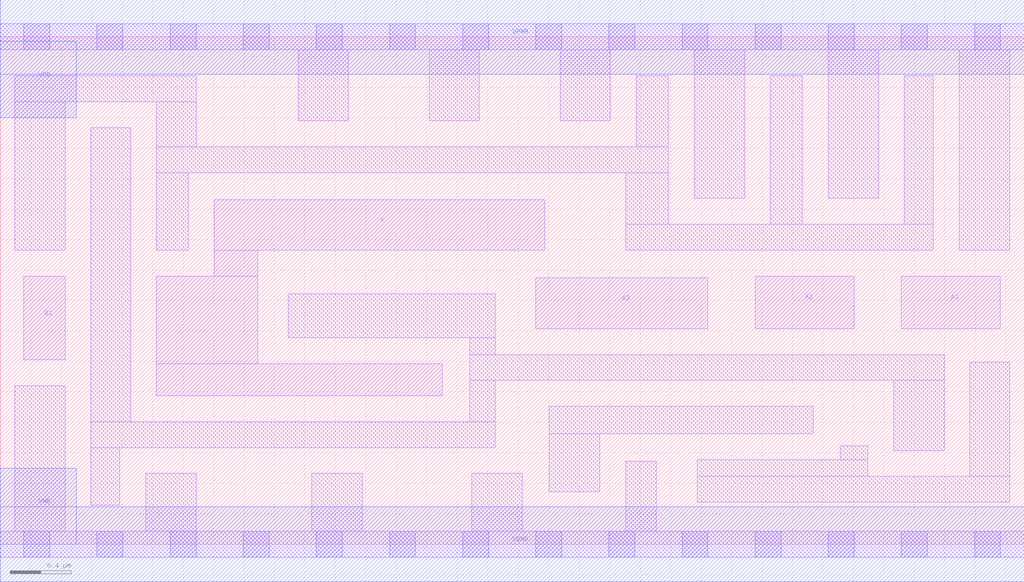
<source format=lef>
# Copyright 2020 The SkyWater PDK Authors
#
# Licensed under the Apache License, Version 2.0 (the "License");
# you may not use this file except in compliance with the License.
# You may obtain a copy of the License at
#
#     https://www.apache.org/licenses/LICENSE-2.0
#
# Unless required by applicable law or agreed to in writing, software
# distributed under the License is distributed on an "AS IS" BASIS,
# WITHOUT WARRANTIES OR CONDITIONS OF ANY KIND, either express or implied.
# See the License for the specific language governing permissions and
# limitations under the License.
#
# SPDX-License-Identifier: Apache-2.0

VERSION 5.5 ;
NAMESCASESENSITIVE ON ;
BUSBITCHARS "[]" ;
DIVIDERCHAR "/" ;
MACRO sky130_fd_sc_lp__a31o_4
  CLASS CORE ;
  SOURCE USER ;
  ORIGIN  0.000000  0.000000 ;
  SIZE  6.720000 BY  3.330000 ;
  SYMMETRY X Y R90 ;
  SITE unit ;
  PIN A1
    ANTENNAGATEAREA  0.630000 ;
    DIRECTION INPUT ;
    USE SIGNAL ;
    PORT
      LAYER li1 ;
        RECT 5.915000 1.415000 6.565000 1.760000 ;
    END
  END A1
  PIN A2
    ANTENNAGATEAREA  0.630000 ;
    DIRECTION INPUT ;
    USE SIGNAL ;
    PORT
      LAYER li1 ;
        RECT 4.955000 1.415000 5.605000 1.760000 ;
    END
  END A2
  PIN A3
    ANTENNAGATEAREA  0.630000 ;
    DIRECTION INPUT ;
    USE SIGNAL ;
    PORT
      LAYER li1 ;
        RECT 3.515000 1.415000 4.645000 1.750000 ;
    END
  END A3
  PIN B1
    ANTENNAGATEAREA  0.630000 ;
    DIRECTION INPUT ;
    USE SIGNAL ;
    PORT
      LAYER li1 ;
        RECT 0.155000 1.210000 0.425000 1.760000 ;
    END
  END B1
  PIN X
    ANTENNADIFFAREA  1.593200 ;
    DIRECTION OUTPUT ;
    USE SIGNAL ;
    PORT
      LAYER li1 ;
        RECT 1.025000 0.975000 2.900000 1.185000 ;
        RECT 1.025000 1.185000 1.690000 1.760000 ;
        RECT 1.405000 1.760000 1.690000 1.930000 ;
        RECT 1.405000 1.930000 3.575000 2.260000 ;
    END
  END X
  PIN VGND
    DIRECTION INOUT ;
    USE GROUND ;
    PORT
      LAYER met1 ;
        RECT 0.000000 -0.245000 6.720000 0.245000 ;
    END
  END VGND
  PIN VNB
    DIRECTION INOUT ;
    USE GROUND ;
    PORT
      LAYER met1 ;
        RECT 0.000000 0.000000 0.500000 0.500000 ;
    END
  END VNB
  PIN VPB
    DIRECTION INOUT ;
    USE POWER ;
    PORT
      LAYER met1 ;
        RECT 0.000000 2.800000 0.500000 3.300000 ;
    END
  END VPB
  PIN VPWR
    DIRECTION INOUT ;
    USE POWER ;
    PORT
      LAYER met1 ;
        RECT 0.000000 3.085000 6.720000 3.575000 ;
    END
  END VPWR
  OBS
    LAYER li1 ;
      RECT 0.000000 -0.085000 6.720000 0.085000 ;
      RECT 0.000000  3.245000 6.720000 3.415000 ;
      RECT 0.095000  0.085000 0.425000 1.040000 ;
      RECT 0.095000  1.930000 0.425000 2.905000 ;
      RECT 0.095000  2.905000 1.285000 3.075000 ;
      RECT 0.595000  0.255000 0.785000 0.635000 ;
      RECT 0.595000  0.635000 3.250000 0.805000 ;
      RECT 0.595000  0.805000 0.855000 2.735000 ;
      RECT 0.955000  0.085000 1.285000 0.465000 ;
      RECT 1.025000  1.930000 1.235000 2.440000 ;
      RECT 1.025000  2.440000 4.385000 2.610000 ;
      RECT 1.025000  2.610000 1.285000 2.905000 ;
      RECT 1.890000  1.355000 3.250000 1.645000 ;
      RECT 1.955000  2.780000 2.285000 3.245000 ;
      RECT 2.045000  0.085000 2.375000 0.465000 ;
      RECT 2.815000  2.780000 3.145000 3.245000 ;
      RECT 3.080000  0.805000 3.250000 1.075000 ;
      RECT 3.080000  1.075000 6.195000 1.245000 ;
      RECT 3.080000  1.245000 3.250000 1.355000 ;
      RECT 3.095000  0.085000 3.425000 0.465000 ;
      RECT 3.605000  0.345000 3.935000 0.725000 ;
      RECT 3.605000  0.725000 5.335000 0.905000 ;
      RECT 3.675000  2.780000 4.005000 3.245000 ;
      RECT 4.105000  0.085000 4.305000 0.545000 ;
      RECT 4.105000  1.930000 6.125000 2.100000 ;
      RECT 4.105000  2.100000 4.385000 2.440000 ;
      RECT 4.175000  2.610000 4.385000 3.075000 ;
      RECT 4.555000  2.270000 4.885000 3.245000 ;
      RECT 4.575000  0.275000 6.625000 0.445000 ;
      RECT 4.575000  0.445000 5.695000 0.555000 ;
      RECT 5.055000  2.100000 5.265000 3.075000 ;
      RECT 5.435000  2.270000 5.765000 3.245000 ;
      RECT 5.515000  0.555000 5.695000 0.645000 ;
      RECT 5.865000  0.615000 6.195000 1.075000 ;
      RECT 5.935000  2.100000 6.125000 3.075000 ;
      RECT 6.295000  1.930000 6.625000 3.245000 ;
      RECT 6.365000  0.445000 6.625000 1.195000 ;
    LAYER mcon ;
      RECT 0.155000 -0.085000 0.325000 0.085000 ;
      RECT 0.155000  3.245000 0.325000 3.415000 ;
      RECT 0.635000 -0.085000 0.805000 0.085000 ;
      RECT 0.635000  3.245000 0.805000 3.415000 ;
      RECT 1.115000 -0.085000 1.285000 0.085000 ;
      RECT 1.115000  3.245000 1.285000 3.415000 ;
      RECT 1.595000 -0.085000 1.765000 0.085000 ;
      RECT 1.595000  3.245000 1.765000 3.415000 ;
      RECT 2.075000 -0.085000 2.245000 0.085000 ;
      RECT 2.075000  3.245000 2.245000 3.415000 ;
      RECT 2.555000 -0.085000 2.725000 0.085000 ;
      RECT 2.555000  3.245000 2.725000 3.415000 ;
      RECT 3.035000 -0.085000 3.205000 0.085000 ;
      RECT 3.035000  3.245000 3.205000 3.415000 ;
      RECT 3.515000 -0.085000 3.685000 0.085000 ;
      RECT 3.515000  3.245000 3.685000 3.415000 ;
      RECT 3.995000 -0.085000 4.165000 0.085000 ;
      RECT 3.995000  3.245000 4.165000 3.415000 ;
      RECT 4.475000 -0.085000 4.645000 0.085000 ;
      RECT 4.475000  3.245000 4.645000 3.415000 ;
      RECT 4.955000 -0.085000 5.125000 0.085000 ;
      RECT 4.955000  3.245000 5.125000 3.415000 ;
      RECT 5.435000 -0.085000 5.605000 0.085000 ;
      RECT 5.435000  3.245000 5.605000 3.415000 ;
      RECT 5.915000 -0.085000 6.085000 0.085000 ;
      RECT 5.915000  3.245000 6.085000 3.415000 ;
      RECT 6.395000 -0.085000 6.565000 0.085000 ;
      RECT 6.395000  3.245000 6.565000 3.415000 ;
  END
END sky130_fd_sc_lp__a31o_4
END LIBRARY

</source>
